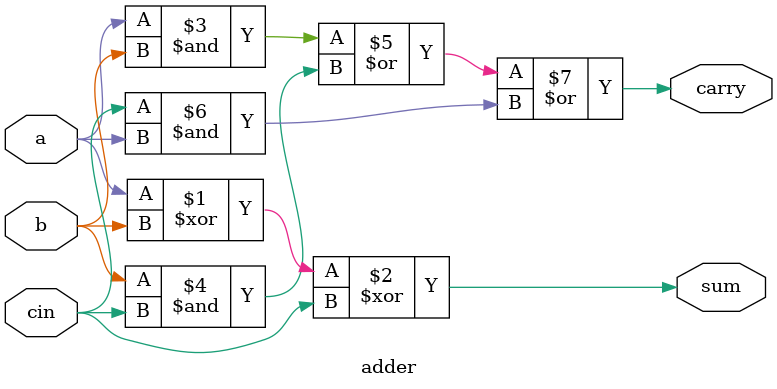
<source format=v>
module adder (
    input a,b,cin,
    output sum,carry
);

assign sum = a ^ b ^ cin;
assign carry = (a & b) | (b & cin)  | (cin & a) ;

endmodule

</source>
